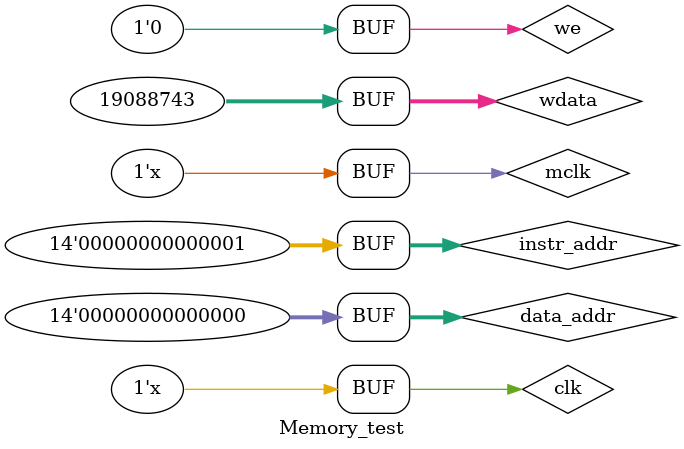
<source format=v>
`timescale 1ns / 1ps


module Memory_test();
    reg mclk, clk;
    reg [13:0] instr_addr;
    wire [31:0] instr_data;
    reg we;
    reg [13:0] data_addr;
    reg [31:0] wdata;
    wire [31:0] data;
    Memory mem(mclk, instr_addr, instr_data, we, data_addr, wdata, data);
    
    always #5 mclk = ~mclk;
    always #10 clk = ~clk;
    initial begin
        mclk = 0; clk = 0; we = 0;
        instr_addr = 0; data_addr = 0;
        #9; we = 1; wdata = 32'h01234567;
        #20; we = 0;
        #20; instr_addr = 1;
    end
endmodule

</source>
